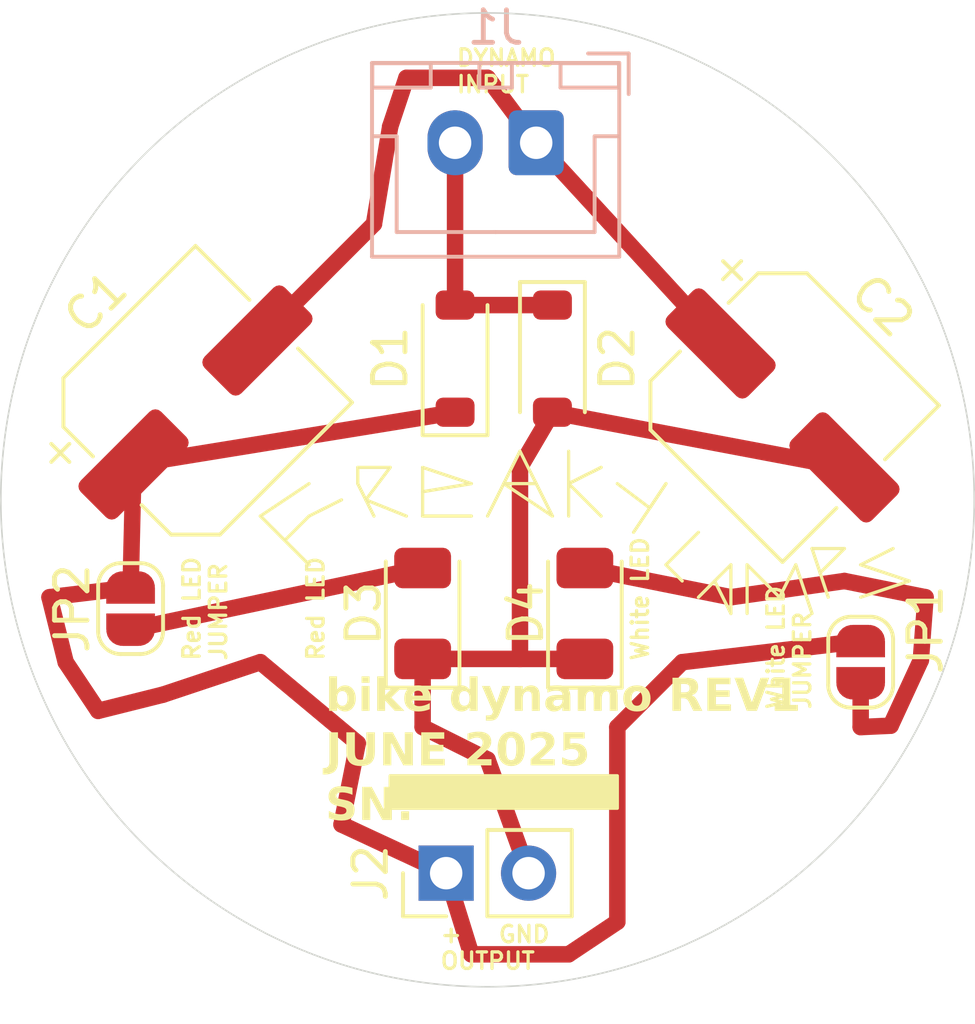
<source format=kicad_pcb>
(kicad_pcb (version 20240108) (generator "pcbnew") (generator_version "8.0")
  (layers (0 "F.Cu" signal) (31 "B.Cu" signal) (34 "B.Paste" user) (35 "F.Paste" user) (36 "B.SilkS" user "B.Silkscreen") (37 "F.SilkS" user "F.Silkscreen") (38 "B.Mask" user) (39 "F.Mask" user) (44 "Edge.Cuts" user))
  (net 0 "")
  (net 1 "Net-(D1-K)")
  (net 2 "Net-(J1-Pin_1)")
  (net 3 "Net-(D2-A)")
  (net 4 "Net-(D1-A)")
  (net 5 "Net-(D3-A)")
  (net 6 "Net-(D4-A)")
  (footprint "Connector_PinHeader_2.54mm:PinHeader_1x02_P2.54mm_Vertical" (layer "F.Cu") (at 68.725 61 90)
    (property "Reference" "J2" (at 0.000001 -2.33 90) (layer "F.SilkS"))
    (property "Value" "Conn_01x02")
    (fp_line (start -1.33 -1.33) (end 0 -1.33) (stroke (width 0.12)) (layer "F.SilkS"))
    (fp_line (start -1.33 0) (end -1.33 -1.33) (stroke (width 0.12)) (layer "F.SilkS"))
    (fp_line (start 1.330001 1.27) (end 1.33 3.87) (stroke (width 0.12)) (layer "F.SilkS"))
    (fp_line (start -1.33 1.27) (end 1.330001 1.27) (stroke (width 0.12)) (layer "F.SilkS"))
    (fp_line (start -1.33 1.27) (end -1.33 3.87) (stroke (width 0.12)) (layer "F.SilkS"))
    (fp_line (start -1.33 3.87) (end 1.33 3.87) (stroke (width 0.12)) (layer "F.SilkS"))
    (pad "1" thru_hole rect (at 0 0 90) (size 1.7 1.7) (drill 1) (layers "*.Cu" "*.Mask") (net 1 "Net-(D1-K)"))
    (pad "2" thru_hole oval (at 0 2.54 90) (size 1.7 1.7) (drill 1) (layers "*.Cu" "*.Mask") (net 3 "Net-(D2-A)"))
  )
  (footprint "LED_SMD:LED_1206_3216Metric" (layer "F.Cu") (at 73 53 90)
    (property "Reference" "D4" (at 0 -1.82 90) (layer "F.SilkS"))
    (property "Value" "White Led")
    (fp_line (start 1.6 -1.135) (end -2.285 -1.135) (stroke (width 0.12)) (layer "F.SilkS"))
    (fp_line (start -2.285 -1.135) (end -2.285 1.135) (stroke (width 0.12)) (layer "F.SilkS"))
    (fp_line (start -2.285 1.135) (end 1.6 1.135) (stroke (width 0.12)) (layer "F.SilkS"))
    (pad "1" smd roundrect (at -1.4 0 90) (size 1.25 1.75) (layers "F.Cu" "F.Paste" "F.Mask") (roundrect_rratio 0.2) (net 3 "Net-(D2-A)"))
    (pad "2" smd roundrect (at 1.4 0 90) (size 1.25 1.75) (layers "F.Cu" "F.Paste" "F.Mask") (roundrect_rratio 0.2) (net 6 "Net-(D4-A)"))
  )
  (footprint "Diode_SMD:D_SOD-123" (layer "F.Cu") (at 69 45.15 90)
    (property "Reference" "D1" (at 0 -2 90) (layer "F.SilkS"))
    (property "Value" "D_Schottky")
    (fp_line (start -2.36 -1) (end 1.65 -1) (stroke (width 0.12)) (layer "F.SilkS"))
    (fp_line (start -2.36 -1) (end -2.36 1) (stroke (width 0.12)) (layer "F.SilkS"))
    (fp_line (start -2.36 1) (end 1.65 1) (stroke (width 0.12)) (layer "F.SilkS"))
    (pad "1" smd roundrect (at -1.65 0 90) (size 0.9 1.2) (layers "F.Cu" "F.Paste" "F.Mask") (net 1 "Net-(D1-K)"))
    (pad "2" smd roundrect (at 1.65 0 90) (size 0.9 1.2) (layers "F.Cu" "F.Paste" "F.Mask") (net 4 "Net-(D1-A)"))
  )
  (footprint "LED_SMD:LED_1206_3216Metric" (layer "F.Cu") (at 68 53 90)
    (property "Reference" "D3" (at 0 -1.82 90) (layer "F.SilkS"))
    (property "Value" "Red LED")
    (fp_line (start 1.6 -1.135) (end -2.285 -1.135) (stroke (width 0.12)) (layer "F.SilkS"))
    (fp_line (start -2.285 -1.135) (end -2.285 1.135) (stroke (width 0.12)) (layer "F.SilkS"))
    (fp_line (start -2.285 1.135) (end 1.6 1.135) (stroke (width 0.12)) (layer "F.SilkS"))
    (pad "1" smd roundrect (at -1.4 0 90) (size 1.25 1.75) (layers "F.Cu" "F.Paste" "F.Mask") (roundrect_rratio 0.2) (net 3 "Net-(D2-A)"))
    (pad "2" smd roundrect (at 1.4 0 90) (size 1.25 1.75) (layers "F.Cu" "F.Paste" "F.Mask") (roundrect_rratio 0.2) (net 5 "Net-(D3-A)"))
  )
  (footprint "Capacitor_SMD:CP_Elec_6.3x7.7" (layer "F.Cu") (at 61 46.5 45)
    (property "Reference" "C1" (at 0 -4.350001 45) (layer "F.SilkS"))
    (property "Value" "100u")
    (fp_line (start -4.04375 -2.24125) (end -4.043749 -1.453751) (stroke (width 0.12)) (layer "F.SilkS"))
    (fp_line (start -4.4375 -1.8475) (end -3.65 -1.8475) (stroke (width 0.12)) (layer "F.SilkS"))
    (fp_line (start -2.345562 -3.41) (end 3.410001 -3.410001) (stroke (width 0.12)) (layer "F.SilkS"))
    (fp_line (start -3.409998 -2.345562) (end -2.345562 -3.41) (stroke (width 0.12)) (layer "F.SilkS"))
    (fp_line (start -3.409998 -2.345562) (end -3.410001 -1.06) (stroke (width 0.12)) (layer "F.SilkS"))
    (fp_line (start -3.41 2.345562) (end -3.410001 1.06) (stroke (width 0.12)) (layer "F.SilkS"))
    (fp_line (start -3.41 2.345562) (end -2.345562 3.409998) (stroke (width 0.12)) (layer "F.SilkS"))
    (fp_line (start 3.410001 -3.410001) (end 3.410001 -1.06) (stroke (width 0.12)) (layer "F.SilkS"))
    (fp_line (start -2.345562 3.409998) (end 3.410001 3.410001) (stroke (width 0.12)) (layer "F.SilkS"))
    (fp_line (start 3.410001 3.410001) (end 3.410001 1.06) (stroke (width 0.12)) (layer "F.SilkS"))
    (pad "1" smd roundrect (at -2.700002 -0.000001 45) (size 3.5 1.6) (layers "F.Cu" "F.Paste" "F.Mask") (roundrect_rratio 0.15625) (net 1 "Net-(D1-K)"))
    (pad "2" smd roundrect (at 2.700002 0.000001 45) (size 3.5 1.6) (layers "F.Cu" "F.Paste" "F.Mask") (roundrect_rratio 0.15625) (net 2 "Net-(J1-Pin_1)"))
  )
  (footprint "MountingHole:MountingHole_2.2mm_M2" (layer "F.Cu") (at 62 58)
    (property "Reference" "H1" (hide yes))
    (property "Value" "MountingHole")
    (pad "" np_thru_hole circle (at 0 0) (size 2.2 2.2) (drill 2.2) (layers "*.Cu" "*.Mask"))
  )
  (footprint "MountingHole:MountingHole_2.2mm_M2" (layer "F.Cu") (at 77 39)
    (property "Reference" "H3" (hide yes))
    (property "Value" "MountingHole")
    (pad "" np_thru_hole circle (at 0 0) (size 2.2 2.2) (drill 2.2) (layers "*.Cu" "*.Mask"))
  )
  (footprint "Jumper:SolderJumper-2_P1.3mm_Open_RoundedPad1.0x1.5mm" (layer "F.Cu") (at 59 52.85 90)
    (property "Reference" "JP2" (at 0 -1.8 90) (layer "F.SilkS"))
    (property "Value" "Red_Jumper")
    (fp_line (start -0.7 -1) (end 0.7 -1) (stroke (width 0.12)) (layer "F.SilkS"))
    (fp_line (start 1.4 -0.3) (end 1.4 0.3) (stroke (width 0.12)) (layer "F.SilkS"))
    (fp_line (start -1.4 0.3) (end -1.4 -0.3) (stroke (width 0.12)) (layer "F.SilkS"))
    (fp_line (start 0.7 1) (end -0.7 1) (stroke (width 0.12)) (layer "F.SilkS"))
    (fp_arc (start 0.7 -1) (mid 1.194975 -0.794975) (end 1.4 -0.3) (stroke (width 0.12)) (layer "F.SilkS"))
    (fp_arc (start -1.4 -0.3) (mid -1.194975 -0.794975) (end -0.7 -1) (stroke (width 0.12)) (layer "F.SilkS"))
    (fp_arc (start 1.4 0.3) (mid 1.194975 0.794975) (end 0.7 1) (stroke (width 0.12)) (layer "F.SilkS"))
    (fp_arc (start -0.7 1) (mid -1.194975 0.794975) (end -1.4 0.3) (stroke (width 0.12)) (layer "F.SilkS"))
    (pad "1" smd custom (at -0.65 0 90) (size 1 0.5) (layers "F.Cu" "F.Mask") (net 5 "Net-(D3-A)") (options (clearance outline) (anchor rect)) (primitives (gr_circle (center 0 0.25) (end 0.5 0.25) (width 0) (fill yes)) (gr_circle (center 0 -0.25) (end 0.5 -0.25) (width 0) (fill yes)) (gr_poly (pts (xy 0.5 0.75) (xy 0 0.75) (xy 0 -0.75) (xy 0.5 -0.75)) (width 0) (fill yes))))
    (pad "2" smd custom (at 0.65 0 90) (size 1 0.5) (layers "F.Cu" "F.Mask") (net 1 "Net-(D1-K)") (options (clearance outline) (anchor rect)) (primitives (gr_circle (center 0 0.25) (end 0.5 0.25) (width 0) (fill yes)) (gr_circle (center 0 -0.25) (end 0.5 -0.25) (width 0) (fill yes)) (gr_poly (pts (xy 0 0.75) (xy -0.5 0.75) (xy -0.5 -0.75) (xy 0 -0.75)) (width 0) (fill yes))))
  )
  (footprint "MountingHole:MountingHole_2.2mm_M2" (layer "F.Cu") (at 77 58.5)
    (property "Reference" "H2" (hide yes))
    (property "Value" "MountingHole")
    (pad "" np_thru_hole circle (at 0 0) (size 2.2 2.2) (drill 2.2) (layers "*.Cu" "*.Mask"))
  )
  (footprint "MountingHole:MountingHole_2.2mm_M2" (layer "F.Cu") (at 63 39.5)
    (property "Reference" "H4" (hide yes))
    (property "Value" "MountingHole")
    (pad "" np_thru_hole circle (at 0 0) (size 2.2 2.2) (drill 2.2) (layers "*.Cu" "*.Mask"))
  )
  (footprint "Capacitor_SMD:CP_Elec_6.3x7.7" (layer "F.Cu") (at 79.090811 46.590809 -45)
    (property "Reference" "C2" (at 0 -4.350001 135) (layer "F.SilkS"))
    (property "Value" "100u")
    (fp_line (start -3.41 2.345562) (end -2.345562 3.409998) (stroke (width 0.12)) (layer "F.SilkS"))
    (fp_line (start -3.41 2.345562) (end -3.410001 1.06) (stroke (width 0.12)) (layer "F.SilkS"))
    (fp_line (start -2.345562 3.409998) (end 3.410001 3.410001) (stroke (width 0.12)) (layer "F.SilkS"))
    (fp_line (start -4.4375 -1.8475) (end -3.65 -1.8475) (stroke (width 0.12)) (layer "F.SilkS"))
    (fp_line (start -4.04375 -2.24125) (end -4.043749 -1.453751) (stroke (width 0.12)) (layer "F.SilkS"))
    (fp_line (start -3.409998 -2.345562) (end -3.410001 -1.06) (stroke (width 0.12)) (layer "F.SilkS"))
    (fp_line (start -3.409998 -2.345562) (end -2.345562 -3.41) (stroke (width 0.12)) (layer "F.SilkS"))
    (fp_line (start 3.410001 3.410001) (end 3.410001 1.06) (stroke (width 0.12)) (layer "F.SilkS"))
    (fp_line (start -2.345562 -3.41) (end 3.410001 -3.410001) (stroke (width 0.12)) (layer "F.SilkS"))
    (fp_line (start 3.410001 -3.410001) (end 3.410001 -1.06) (stroke (width 0.12)) (layer "F.SilkS"))
    (pad "1" smd roundrect (at -2.700002 -0.000001 315) (size 3.5 1.6) (layers "F.Cu" "F.Paste" "F.Mask") (roundrect_rratio 0.15625) (net 2 "Net-(J1-Pin_1)"))
    (pad "2" smd roundrect (at 2.700002 0.000001 315) (size 3.5 1.6) (layers "F.Cu" "F.Paste" "F.Mask") (roundrect_rratio 0.15625) (net 3 "Net-(D2-A)"))
  )
  (footprint "Jumper:SolderJumper-2_P1.3mm_Open_RoundedPad1.0x1.5mm" (layer "F.Cu") (at 81.5 54.5 90)
    (property "Reference" "JP1" (at 1 2 -90) (layer "F.SilkS"))
    (property "Value" "White_Jumper")
    (fp_line (start -0.699999 -0.999999) (end 0.7 -1) (stroke (width 0.12)) (layer "F.SilkS"))
    (fp_line (start 1.400002 -0.3) (end 1.399998 0.299999) (stroke (width 0.12)) (layer "F.SilkS"))
    (fp_line (start -1.400002 0.3) (end -1.399998 -0.299999) (stroke (width 0.12)) (layer "F.SilkS"))
    (fp_line (start 0.699999 0.999999) (end -0.7 1) (stroke (width 0.12)) (layer "F.SilkS"))
    (fp_arc (start 0.7 -1) (mid 1.194975 -0.794975) (end 1.400002 -0.3) (stroke (width 0.12)) (layer "F.SilkS"))
    (fp_arc (start -1.399998 -0.299999) (mid -1.194974 -0.794974) (end -0.699999 -0.999999) (stroke (width 0.12)) (layer "F.SilkS"))
    (fp_arc (start 1.399998 0.299999) (mid 1.194973 0.794973) (end 0.699999 0.999999) (stroke (width 0.12)) (layer "F.SilkS"))
    (fp_arc (start -0.7 1) (mid -1.194975 0.794975) (end -1.400002 0.3) (stroke (width 0.12)) (layer "F.SilkS"))
    (pad "1" smd custom (at -0.650001 0.000002 90) (size 1 0.5) (layers "F.Cu" "F.Mask") (net 6 "Net-(D4-A)") (options (clearance outline) (anchor rect)) (primitives (gr_circle (center 0 0.25) (end 0.5 0.25) (width 0) (fill yes)) (gr_circle (center 0 -0.25) (end 0.5 -0.25) (width 0) (fill yes)) (gr_poly (pts (xy 0.5 0.75) (xy 0 0.75) (xy 0 -0.75) (xy 0.5 -0.75)) (width 0) (fill yes))))
    (pad "2" smd custom (at 0.650001 -0.000002 90) (size 1 0.5) (layers "F.Cu" "F.Mask") (net 1 "Net-(D1-K)") (options (clearance outline) (anchor rect)) (primitives (gr_circle (center 0 0.25) (end 0.5 0.25) (width 0) (fill yes)) (gr_circle (center 0 -0.25) (end 0.5 -0.25) (width 0) (fill yes)) (gr_poly (pts (xy 0 0.75) (xy -0.5 0.75) (xy -0.5 -0.75) (xy 0 -0.75)) (width 0) (fill yes))))
  )
  (footprint "Diode_SMD:D_SOD-123" (layer "F.Cu") (at 72 45.15 -90)
    (property "Reference" "D2" (at 0.000001 -2.000003 90) (layer "F.SilkS"))
    (property "Value" "D_Schottky")
    (fp_line (start -2.359999 1.000002) (end 1.65 1) (stroke (width 0.12)) (layer "F.SilkS"))
    (fp_line (start -2.359999 -1) (end -2.359999 1.000002) (stroke (width 0.12)) (layer "F.SilkS"))
    (fp_line (start -2.359999 -1) (end 1.649999 -1) (stroke (width 0.12)) (layer "F.SilkS"))
    (pad "1" smd roundrect (at -1.65 0 270) (size 0.9 1.2) (layers "F.Cu" "F.Paste" "F.Mask") (net 4 "Net-(D1-A)"))
    (pad "2" smd roundrect (at 1.65 0 270) (size 0.9 1.2) (layers "F.Cu" "F.Paste" "F.Mask") (net 3 "Net-(D2-A)"))
  )
  (footprint "Connector_JST:JST_XH_B2B-XH-A_1x02_P2.50mm_Vertical" (layer "B.Cu") (at 71.5 38.5 180)
    (property "Reference" "J1" (at 1.25 3.55 0) (layer "B.SilkS") (effects (justify mirror)))
    (property "Value" "Conn_01x02")
    (fp_line (start 5.06 2.46) (end 5.06 -3.51) (stroke (width 0.12)) (layer "B.SilkS"))
    (fp_line (start 5.06 -3.51) (end -2.56 -3.51) (stroke (width 0.12)) (layer "B.SilkS"))
    (fp_line (start 5.05 2.45) (end 5.05 1.7) (stroke (width 0.12)) (layer "B.SilkS"))
    (fp_line (start 5.05 1.7) (end 3.25 1.7) (stroke (width 0.12)) (layer "B.SilkS"))
    (fp_line (start 4.3 0.2) (end 5.05 0.2) (stroke (width 0.12)) (layer "B.SilkS"))
    (fp_line (start 4.3 -2.75) (end 4.3 0.2) (stroke (width 0.12)) (layer "B.SilkS"))
    (fp_line (start 3.25 2.45) (end 5.05 2.45) (stroke (width 0.12)) (layer "B.SilkS"))
    (fp_line (start 3.25 1.7) (end 3.25 2.45) (stroke (width 0.12)) (layer "B.SilkS"))
    (fp_line (start 1.75 2.45) (end 1.75 1.7) (stroke (width 0.12)) (layer "B.SilkS"))
    (fp_line (start 1.75 1.7) (end 0.75 1.7) (stroke (width 0.12)) (layer "B.SilkS"))
    (fp_line (start 1.25 -2.75) (end 4.3 -2.75) (stroke (width 0.12)) (layer "B.SilkS"))
    (fp_line (start 1.25 -2.75) (end -1.8 -2.75) (stroke (width 0.12)) (layer "B.SilkS"))
    (fp_line (start 0.75 2.45) (end 1.75 2.45) (stroke (width 0.12)) (layer "B.SilkS"))
    (fp_line (start 0.75 1.7) (end 0.75 2.45) (stroke (width 0.12)) (layer "B.SilkS"))
    (fp_line (start -0.75 2.45) (end -0.75 1.7) (stroke (width 0.12)) (layer "B.SilkS"))
    (fp_line (start -0.75 1.7) (end -2.55 1.7) (stroke (width 0.12)) (layer "B.SilkS"))
    (fp_line (start -1.8 0.2) (end -2.55 0.2) (stroke (width 0.12)) (layer "B.SilkS"))
    (fp_line (start -1.8 -2.75) (end -1.8 0.2) (stroke (width 0.12)) (layer "B.SilkS"))
    (fp_line (start -2.55 2.45) (end -0.75 2.45) (stroke (width 0.12)) (layer "B.SilkS"))
    (fp_line (start -2.55 1.7) (end -2.55 2.45) (stroke (width 0.12)) (layer "B.SilkS"))
    (fp_line (start -2.56 2.46) (end 5.06 2.46) (stroke (width 0.12)) (layer "B.SilkS"))
    (fp_line (start -2.56 -3.51) (end -2.56 2.46) (stroke (width 0.12)) (layer "B.SilkS"))
    (fp_line (start -2.85 2.75) (end -1.6 2.75) (stroke (width 0.12)) (layer "B.SilkS"))
    (fp_line (start -2.85 1.5) (end -2.85 2.75) (stroke (width 0.12)) (layer "B.SilkS"))
    (pad "1" thru_hole roundrect (at 0 0 180) (size 1.7 2) (drill 1) (layers "*.Cu" "*.Mask") (roundrect_rratio 0.147059) (net 2 "Net-(J1-Pin_1)"))
    (pad "2" thru_hole oval (at 2.5 0 180) (size 1.7 2) (drill 1) (layers "*.Cu" "*.Mask") (net 4 "Net-(D1-A)"))
  )
  (gr_line (start 68 50) (end 69.5 50) (stroke (width 0.1)) (layer "F.SilkS"))
  (gr_line (start 64.5 50) (end 65.5 49.5) (stroke (width 0.1)) (layer "F.SilkS"))
  (gr_line (start 81.5 51.5) (end 83 52) (stroke (width 0.1)) (layer "F.SilkS"))
  (gr_line (start 64.5 51.5) (end 63 50) (stroke (width 0.1)) (layer "F.SilkS"))
  (gr_line (start 77.5 53) (end 77 52) (stroke (width 0.1)) (layer "F.SilkS"))
  (gr_line (start 78 53) (end 78 51.5) (stroke (width 0.1)) (layer "F.SilkS"))
  (gr_line (start 72.5 49) (end 73.5 48.5) (stroke (width 0.1)) (layer "F.SilkS"))
  (gr_line (start 66 49) (end 66 48.5) (stroke (width 0.1)) (layer "F.SilkS"))
  (gr_line (start 69.5 50) (end 68 50) (stroke (width 0.1)) (layer "F.SilkS"))
  (gr_line (start 66.5 50) (end 66 49) (stroke (width 0.1)) (layer "F.SilkS"))
  (gr_line (start 82.5 51) (end 81.5 51.5) (stroke (width 0.1)) (layer "F.SilkS"))
  (gr_line (start 71 48) (end 72 50) (stroke (width 0.1)) (layer "F.SilkS"))
  (gr_line (start 79 52.5) (end 79.5 51.5) (stroke (width 0.1)) (layer "F.SilkS"))
  (gr_line (start 76.5 50.5) (end 75.5 51.5) (stroke (width 0.1)) (layer "F.SilkS"))
  (gr_line (start 74.5 50.5) (end 75.5 49) (stroke (width 0.1)) (layer "F.SilkS"))
  (gr_line (start 77.5 51.5) (end 77.5 53) (stroke (width 0.1)) (layer "F.SilkS"))
  (gr_line (start 68 49.25) (end 69.5 49) (stroke (width 0.1)) (layer "F.SilkS"))
  (gr_line (start 79.5 51.5) (end 80 53) (stroke (width 0.1)) (layer "F.SilkS"))
  (gr_line (start 81 51) (end 80.25 51.75) (stroke (width 0.1)) (layer "F.SilkS"))
  (gr_line (start 74 49) (end 75 49.75) (stroke (width 0.1)) (layer "F.SilkS"))
  (gr_line (start 75.5 49) (end 75 49.75) (stroke (width 0.1)) (layer "F.SilkS"))
  (gr_line (start 80 51) (end 81 51) (stroke (width 0.1)) (layer "F.SilkS"))
  (gr_line (start 72 50) (end 70.5 49) (stroke (width 0.1)) (layer "F.SilkS"))
  (gr_line (start 72.5 49) (end 73.5 50) (stroke (width 0.1)) (layer "F.SilkS"))
  (gr_line (start 75.5 51.5) (end 76 52) (stroke (width 0.1)) (layer "F.SilkS"))
  (gr_line (start 69.5 49) (end 68 48.5) (stroke (width 0.1)) (layer "F.SilkS"))
  (gr_line (start 70 50) (end 71 48) (stroke (width 0.1)) (layer "F.SilkS"))
  (gr_rect (start 67 58) (end 74 59) (stroke (width 0.1)) (fill solid) (layer "F.SilkS"))
  (gr_line (start 78 51.5) (end 79 52.5) (stroke (width 0.1)) (layer "F.SilkS"))
  (gr_line (start 76.5 52.5) (end 77.5 51.5) (stroke (width 0.1)) (layer "F.SilkS"))
  (gr_line (start 63 50) (end 64.5 51.5) (stroke (width 0.1)) (layer "F.SilkS"))
  (gr_line (start 67 48.5) (end 66.25 49.5) (stroke (width 0.1)) (layer "F.SilkS"))
  (gr_line (start 83 52) (end 81.5 52.5) (stroke (width 0.1)) (layer "F.SilkS"))
  (gr_line (start 71.5 49) (end 70.5 49) (stroke (width 0.1)) (layer "F.SilkS"))
  (gr_line (start 72.5 50) (end 72.5 48) (stroke (width 0.1)) (layer "F.SilkS"))
  (gr_line (start 73.5 48.5) (end 72.5 49) (stroke (width 0.1)) (layer "F.SilkS"))
  (gr_line (start 66 48.5) (end 67 48.5) (stroke (width 0.1)) (layer "F.SilkS"))
  (gr_line (start 64.5 49) (end 63 50) (stroke (width 0.1)) (layer "F.SilkS"))
  (gr_line (start 80.5 52.5) (end 80 51) (stroke (width 0.1)) (layer "F.SilkS"))
  (gr_line (start 63.75 50.75) (end 64.5 50) (stroke (width 0.1)) (layer "F.SilkS"))
  (gr_line (start 67.5 50) (end 66.25 49.5) (stroke (width 0.1)) (layer "F.SilkS"))
  (gr_line (start 68 48.5) (end 68 50) (stroke (width 0.1)) (layer "F.SilkS"))
  (gr_circle (center 70 49.5) (end 85 49.5) (stroke (width 0.05)) (fill none) (layer "Edge.Cuts"))
  (gr_text "White LED\nJUMPER\n" (at 80 56 90) (layer "F.SilkS") (effects (font (size 0.508 0.508) (thickness 0.1)) (justify left bottom)))
  (gr_text "White LED" (at 75 54.5 90) (layer "F.SilkS") (effects (font (size 0.508 0.508) (thickness 0.1)) (justify left bottom)))
  (gr_text "Red LED" (at 65 54.5 90) (layer "F.SilkS") (effects (font (size 0.508 0.508) (thickness 0.1)) (justify left bottom)))
  (gr_text "DYNAMO\nINPUT" (at 69 37 0) (layer "F.SilkS") (effects (font (size 0.508 0.508) (thickness 0.1)) (justify left bottom)))
  (gr_text "Red LED\nJUMPER\n" (at 62 54.5 90) (layer "F.SilkS") (effects (font (size 0.508 0.508) (thickness 0.1)) (justify left bottom)))
  (gr_text "bike dynamo REV1\nJUNE 2025\nSN:" (at 65 55 0) (layer "F.SilkS") (effects (font (size 1 1) (thickness 0.2) (bold yes)) (justify left top)))
  (gr_text "+   GND\nOUTPUT" (at 68.5 64 0) (layer "F.SilkS") (effects (font (size 0.508 0.508) (thickness 0.1)) (justify left bottom)))
  (segment (start 58 56) (end 60 55.5) (width 0.508) (layer "F.Cu") (net 1))
  (segment (start 57 54.5) (end 58 56) (width 0.508) (layer "F.Cu") (net 1))
  (segment (start 59 52.2) (end 56.5 52.5) (width 0.508) (layer "F.Cu") (net 1))
  (segment (start 69 46.8) (end 59.090809 48.409189) (width 0.508) (layer "F.Cu") (net 1))
  (segment (start 81.499998 53.849999) (end 76 54.5) (width 0.508) (layer "F.Cu") (net 1))
  (segment (start 72.5 63.5) (end 69.5 63.5) (width 0.508) (layer "F.Cu") (net 1))
  (segment (start 56.5 52.5) (end 57 54.5) (width 0.508) (layer "F.Cu") (net 1))
  (segment (start 74 62.5) (end 72.5 63.5) (width 0.508) (layer "F.Cu") (net 1))
  (segment (start 69.5 63.5) (end 68.725 61) (width 0.508) (layer "F.Cu") (net 1))
  (segment (start 65.5 59.5) (end 68.725 61) (width 0.508) (layer "F.Cu") (net 1))
  (segment (start 60 55.5) (end 63 54.5) (width 0.508) (layer "F.Cu") (net 1))
  (segment (start 63 54.5) (end 66 57) (width 0.508) (layer "F.Cu") (net 1))
  (segment (start 76 54.5) (end 74 56.5) (width 0.508) (layer "F.Cu") (net 1))
  (segment (start 59 52.2) (end 59.090809 48.409189) (width 0.508) (layer "F.Cu") (net 1))
  (segment (start 66 57) (end 65.5 59.5) (width 0.508) (layer "F.Cu") (net 1))
  (segment (start 74 56.5) (end 74 62.5) (width 0.508) (layer "F.Cu") (net 1))
  (segment (start 67 38) (end 67.5 36.5) (width 0.508) (layer "F.Cu") (net 2))
  (segment (start 70 36.5) (end 71.5 38.5) (width 0.508) (layer "F.Cu") (net 2))
  (segment (start 67.5 36.5) (end 70 36.5) (width 0.508) (layer "F.Cu") (net 2))
  (segment (start 66.5 41) (end 67 38) (width 0.508) (layer "F.Cu") (net 2))
  (segment (start 71.5 38.5) (end 77.181622 44.681618) (width 0.508) (layer "F.Cu") (net 2))
  (segment (start 62.909191 44.590811) (end 66.5 41) (width 0.508) (layer "F.Cu") (net 2))
  (segment (start 71.265 61) (end 70 57.5) (width 0.508) (layer "F.Cu") (net 3))
  (segment (start 68 54.4) (end 71 54.4) (width 0.508) (layer "F.Cu") (net 3))
  (segment (start 70 57.5) (end 68 56.5) (width 0.508) (layer "F.Cu") (net 3))
  (segment (start 72 46.8) (end 81 48.5) (width 0.508) (layer "F.Cu") (net 3))
  (segment (start 71 48.5) (end 72 46.8) (width 0.508) (layer "F.Cu") (net 3))
  (segment (start 68 56.5) (end 68 54.4) (width 0.508) (layer "F.Cu") (net 3))
  (segment (start 71 54.4) (end 71 48.5) (width 0.508) (layer "F.Cu") (net 3))
  (segment (start 71 54.4) (end 73 54.4) (width 0.508) (layer "F.Cu") (net 3))
  (segment (start 69 38.5) (end 69 43.5) (width 0.508) (layer "F.Cu") (net 4))
  (segment (start 69 43.5) (end 72 43.5) (width 0.508) (layer "F.Cu") (net 4))
  (segment (start 68 51.6) (end 59 53.5) (width 0.508) (layer "F.Cu") (net 5))
  (segment (start 83.5 52.5) (end 81 52) (width 0.508) (layer "F.Cu") (net 6))
  (segment (start 82.423512 56.456711) (end 83.352696 54.444469) (width 0.508) (layer "F.Cu") (net 6))
  (segment (start 81.5 56.5) (end 82.423512 56.456711) (width 0.508) (layer "F.Cu") (net 6))
  (segment (start 81 52) (end 77.5 52.5) (width 0.508) (layer "F.Cu") (net 6))
  (segment (start 77.5 52.5) (end 73 51.6) (width 0.508) (layer "F.Cu") (net 6))
  (segment (start 81.500002 55.150001) (end 81.5 56.5) (width 0.508) (layer "F.Cu") (net 6))
  (segment (start 83.352696 54.444469) (end 83.5 52.5) (width 0.508) (layer "F.Cu") (net 6))
)
</source>
